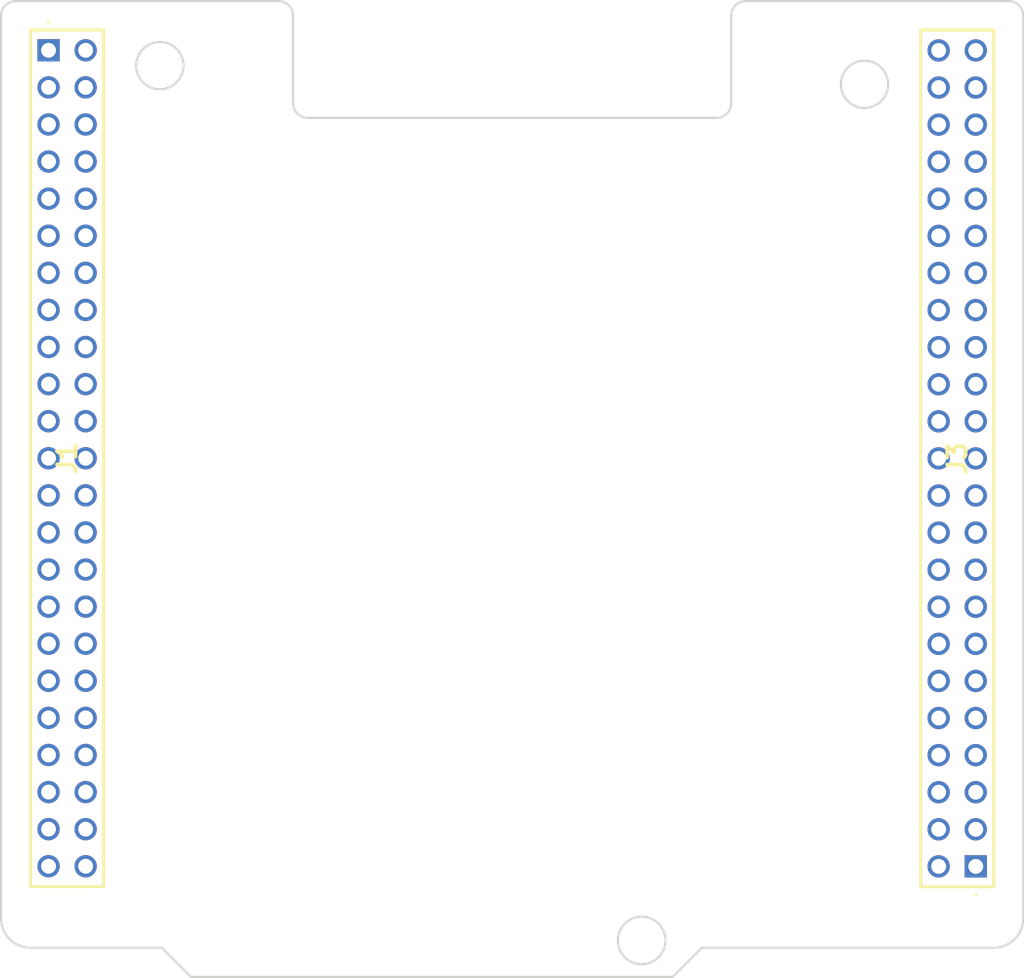
<source format=kicad_pcb>
(kicad_pcb (version 20241229) (generator "pcbnew") (generator_version "9.0")
  (title_block (rev "${REVISION}") (company "Author:") (comment 1 "Reviewer:"))
  (layers (0 "F.Cu" signal) (4 "In1.Cu" signal) (6 "In2.Cu" signal) (2 "B.Cu" signal) (13 "F.Paste" user) (15 "B.Paste" user) (5 "F.SilkS" user "F.Silkscreen") (7 "B.SilkS" user "B.Silkscreen") (1 "F.Mask" user) (3 "B.Mask" user) (25 "Edge.Cuts" user))
  (property "REVISION" "1.0")
  (net 0 "")
  (footprint "PLC_STM_Power:PRT12790" (layer "F.Cu") (at 182.75 108.345 90)
    (property "Reference" "J3" (at 27.94 -1.27 90) (layer "F.SilkS") (effects (font (size 1.27 1.27) (thickness 0.254))))
    (property "Value" "Conn_02x23_Odd_Even" (hide yes))
    (fp_line (start 57.275 -3.77) (end 57.275 1.23) (stroke (width 0.2)) (layer "F.SilkS") (net 22))
    (fp_line (start -1.395 -3.77) (end 57.275 -3.77) (stroke (width 0.2)) (layer "F.SilkS") (net 22))
    (fp_line (start -1.9 0) (end -1.9 0) (stroke (width 0.1)) (layer "F.SilkS") (net 22))
    (fp_line (start -2 0) (end -2 0) (stroke (width 0.1)) (layer "F.SilkS") (net 22))
    (fp_line (start 57.275 1.23) (end -1.395 1.23) (stroke (width 0.2)) (layer "F.SilkS") (net 22))
    (fp_line (start -1.395 1.23) (end -1.395 -3.77) (stroke (width 0.2)) (layer "F.SilkS") (net 22))
    (fp_arc (start -1.9 0) (mid -1.95 0.05) (end -2 0) (stroke (width 0.1)) (layer "F.SilkS") (net 22))
    (fp_arc (start -2 0) (mid -1.95 -0.05) (end -1.9 0) (stroke (width 0.1)) (layer "F.SilkS") (net 22))
    (pad "1" thru_hole rect (at 0 0 90) (size 1.53 1.53) (drill 1.02) (layers "*.Cu" "*.Mask"))
    (pad "2" thru_hole circle (at 0 -2.54 90) (size 1.53 1.53) (drill 1.02) (layers "*.Cu" "*.Mask"))
    (pad "3" thru_hole circle (at 2.54 0 90) (size 1.53 1.53) (drill 1.02) (layers "*.Cu" "*.Mask"))
    (pad "4" thru_hole circle (at 2.54 -2.54 90) (size 1.53 1.53) (drill 1.02) (layers "*.Cu" "*.Mask"))
    (pad "5" thru_hole circle (at 5.08 0 90) (size 1.53 1.53) (drill 1.02) (layers "*.Cu" "*.Mask"))
    (pad "6" thru_hole circle (at 5.08 -2.54 90) (size 1.53 1.53) (drill 1.02) (layers "*.Cu" "*.Mask"))
    (pad "7" thru_hole circle (at 7.62 0 90) (size 1.53 1.53) (drill 1.02) (layers "*.Cu" "*.Mask"))
    (pad "8" thru_hole circle (at 7.62 -2.54 90) (size 1.53 1.53) (drill 1.02) (layers "*.Cu" "*.Mask"))
    (pad "9" thru_hole circle (at 10.16 0 90) (size 1.53 1.53) (drill 1.02) (layers "*.Cu" "*.Mask"))
    (pad "10" thru_hole circle (at 10.16 -2.54 90) (size 1.53 1.53) (drill 1.02) (layers "*.Cu" "*.Mask"))
    (pad "11" thru_hole circle (at 12.7 0 90) (size 1.53 1.53) (drill 1.02) (layers "*.Cu" "*.Mask"))
    (pad "12" thru_hole circle (at 12.7 -2.54 90) (size 1.53 1.53) (drill 1.02) (layers "*.Cu" "*.Mask"))
    (pad "13" thru_hole circle (at 15.24 0 90) (size 1.53 1.53) (drill 1.02) (layers "*.Cu" "*.Mask"))
    (pad "14" thru_hole circle (at 15.24 -2.54 90) (size 1.53 1.53) (drill 1.02) (layers "*.Cu" "*.Mask"))
    (pad "15" thru_hole circle (at 17.78 0 90) (size 1.53 1.53) (drill 1.02) (layers "*.Cu" "*.Mask"))
    (pad "16" thru_hole circle (at 17.78 -2.54 90) (size 1.53 1.53) (drill 1.02) (layers "*.Cu" "*.Mask"))
    (pad "17" thru_hole circle (at 20.32 0 90) (size 1.53 1.53) (drill 1.02) (layers "*.Cu" "*.Mask"))
    (pad "18" thru_hole circle (at 20.32 -2.54 90) (size 1.53 1.53) (drill 1.02) (layers "*.Cu" "*.Mask"))
    (pad "19" thru_hole circle (at 22.86 0 90) (size 1.53 1.53) (drill 1.02) (layers "*.Cu" "*.Mask"))
    (pad "20" thru_hole circle (at 22.86 -2.54 90) (size 1.53 1.53) (drill 1.02) (layers "*.Cu" "*.Mask"))
    (pad "21" thru_hole circle (at 25.4 0 90) (size 1.53 1.53) (drill 1.02) (layers "*.Cu" "*.Mask"))
    (pad "22" thru_hole circle (at 25.4 -2.54 90) (size 1.53 1.53) (drill 1.02) (layers "*.Cu" "*.Mask"))
    (pad "23" thru_hole circle (at 27.94 0 90) (size 1.53 1.53) (drill 1.02) (layers "*.Cu" "*.Mask"))
    (pad "24" thru_hole circle (at 27.94 -2.54 90) (size 1.53 1.53) (drill 1.02) (layers "*.Cu" "*.Mask"))
    (pad "25" thru_hole circle (at 30.48 0 90) (size 1.53 1.53) (drill 1.02) (layers "*.Cu" "*.Mask"))
    (pad "26" thru_hole circle (at 30.48 -2.54 90) (size 1.53 1.53) (drill 1.02) (layers "*.Cu" "*.Mask"))
    (pad "27" thru_hole circle (at 33.02 0 90) (size 1.53 1.53) (drill 1.02) (layers "*.Cu" "*.Mask"))
    (pad "28" thru_hole circle (at 33.02 -2.54 90) (size 1.53 1.53) (drill 1.02) (layers "*.Cu" "*.Mask"))
    (pad "29" thru_hole circle (at 35.56 0 90) (size 1.53 1.53) (drill 1.02) (layers "*.Cu" "*.Mask"))
    (pad "30" thru_hole circle (at 35.56 -2.54 90) (size 1.53 1.53) (drill 1.02) (layers "*.Cu" "*.Mask"))
    (pad "31" thru_hole circle (at 38.1 0 90) (size 1.53 1.53) (drill 1.02) (layers "*.Cu" "*.Mask"))
    (pad "32" thru_hole circle (at 38.1 -2.54 90) (size 1.53 1.53) (drill 1.02) (layers "*.Cu" "*.Mask"))
    (pad "33" thru_hole circle (at 40.64 0 90) (size 1.53 1.53) (drill 1.02) (layers "*.Cu" "*.Mask"))
    (pad "34" thru_hole circle (at 40.64 -2.54 90) (size 1.53 1.53) (drill 1.02) (layers "*.Cu" "*.Mask"))
    (pad "35" thru_hole circle (at 43.18 0 90) (size 1.53 1.53) (drill 1.02) (layers "*.Cu" "*.Mask"))
    (pad "36" thru_hole circle (at 43.18 -2.54 90) (size 1.53 1.53) (drill 1.02) (layers "*.Cu" "*.Mask"))
    (pad "37" thru_hole circle (at 45.72 0 90) (size 1.53 1.53) (drill 1.02) (layers "*.Cu" "*.Mask"))
    (pad "38" thru_hole circle (at 45.72 -2.54 90) (size 1.53 1.53) (drill 1.02) (layers "*.Cu" "*.Mask"))
    (pad "39" thru_hole circle (at 48.26 0 90) (size 1.53 1.53) (drill 1.02) (layers "*.Cu" "*.Mask"))
    (pad "40" thru_hole circle (at 48.26 -2.54 90) (size 1.53 1.53) (drill 1.02) (layers "*.Cu" "*.Mask"))
    (pad "41" thru_hole circle (at 50.8 0 90) (size 1.53 1.53) (drill 1.02) (layers "*.Cu" "*.Mask"))
    (pad "42" thru_hole circle (at 50.8 -2.54 90) (size 1.53 1.53) (drill 1.02) (layers "*.Cu" "*.Mask"))
    (pad "43" thru_hole circle (at 53.34 0 90) (size 1.53 1.53) (drill 1.02) (layers "*.Cu" "*.Mask"))
    (pad "44" thru_hole circle (at 53.34 -2.54 90) (size 1.53 1.53) (drill 1.02) (layers "*.Cu" "*.Mask"))
    (pad "45" thru_hole circle (at 55.88 0 90) (size 1.53 1.53) (drill 1.02) (layers "*.Cu" "*.Mask"))
    (pad "46" thru_hole circle (at 55.88 -2.54 90) (size 1.53 1.53) (drill 1.02) (layers "*.Cu" "*.Mask"))
  )
  (footprint "PLC_STM_Power:PRT12790" (layer "F.Cu") (at 119.25 52.455 -90)
    (property "Reference" "J1" (at 27.94 -1.27 90) (layer "F.SilkS") (effects (font (size 1.27 1.27) (thickness 0.254))))
    (property "Value" "Conn_02x23_Odd_Even" (hide yes))
    (fp_line (start -1.395 1.23) (end -1.395 -3.77) (stroke (width 0.2)) (layer "F.SilkS") (net 22))
    (fp_line (start 57.275 1.23) (end -1.395 1.23) (stroke (width 0.2)) (layer "F.SilkS") (net 22))
    (fp_line (start -2 0) (end -2 0) (stroke (width 0.1)) (layer "F.SilkS") (net 22))
    (fp_line (start -1.9 0) (end -1.9 0) (stroke (width 0.1)) (layer "F.SilkS") (net 22))
    (fp_line (start -1.395 -3.77) (end 57.275 -3.77) (stroke (width 0.2)) (layer "F.SilkS") (net 22))
    (fp_line (start 57.275 -3.77) (end 57.275 1.23) (stroke (width 0.2)) (layer "F.SilkS") (net 22))
    (fp_arc (start -2 0) (mid -1.95 -0.05) (end -1.9 0) (stroke (width 0.1)) (layer "F.SilkS") (net 22))
    (fp_arc (start -1.9 0) (mid -1.95 0.05) (end -2 0) (stroke (width 0.1)) (layer "F.SilkS") (net 22))
    (pad "1" thru_hole rect (at 0 0 270) (size 1.53 1.53) (drill 1.02) (layers "*.Cu" "*.Mask"))
    (pad "2" thru_hole circle (at 0 -2.54 270) (size 1.53 1.53) (drill 1.02) (layers "*.Cu" "*.Mask"))
    (pad "3" thru_hole circle (at 2.54 0 270) (size 1.53 1.53) (drill 1.02) (layers "*.Cu" "*.Mask"))
    (pad "4" thru_hole circle (at 2.54 -2.54 270) (size 1.53 1.53) (drill 1.02) (layers "*.Cu" "*.Mask"))
    (pad "5" thru_hole circle (at 5.08 0 270) (size 1.53 1.53) (drill 1.02) (layers "*.Cu" "*.Mask"))
    (pad "6" thru_hole circle (at 5.08 -2.54 270) (size 1.53 1.53) (drill 1.02) (layers "*.Cu" "*.Mask"))
    (pad "7" thru_hole circle (at 7.62 0 270) (size 1.53 1.53) (drill 1.02) (layers "*.Cu" "*.Mask"))
    (pad "8" thru_hole circle (at 7.62 -2.54 270) (size 1.53 1.53) (drill 1.02) (layers "*.Cu" "*.Mask"))
    (pad "9" thru_hole circle (at 10.16 0 270) (size 1.53 1.53) (drill 1.02) (layers "*.Cu" "*.Mask"))
    (pad "10" thru_hole circle (at 10.16 -2.54 270) (size 1.53 1.53) (drill 1.02) (layers "*.Cu" "*.Mask"))
    (pad "11" thru_hole circle (at 12.7 0 270) (size 1.53 1.53) (drill 1.02) (layers "*.Cu" "*.Mask"))
    (pad "12" thru_hole circle (at 12.7 -2.54 270) (size 1.53 1.53) (drill 1.02) (layers "*.Cu" "*.Mask"))
    (pad "13" thru_hole circle (at 15.24 0 270) (size 1.53 1.53) (drill 1.02) (layers "*.Cu" "*.Mask"))
    (pad "14" thru_hole circle (at 15.24 -2.54 270) (size 1.53 1.53) (drill 1.02) (layers "*.Cu" "*.Mask"))
    (pad "15" thru_hole circle (at 17.78 0 270) (size 1.53 1.53) (drill 1.02) (layers "*.Cu" "*.Mask"))
    (pad "16" thru_hole circle (at 17.78 -2.54 270) (size 1.53 1.53) (drill 1.02) (layers "*.Cu" "*.Mask"))
    (pad "17" thru_hole circle (at 20.32 0 270) (size 1.53 1.53) (drill 1.02) (layers "*.Cu" "*.Mask"))
    (pad "18" thru_hole circle (at 20.32 -2.54 270) (size 1.53 1.53) (drill 1.02) (layers "*.Cu" "*.Mask"))
    (pad "19" thru_hole circle (at 22.86 0 270) (size 1.53 1.53) (drill 1.02) (layers "*.Cu" "*.Mask"))
    (pad "20" thru_hole circle (at 22.86 -2.54 270) (size 1.53 1.53) (drill 1.02) (layers "*.Cu" "*.Mask"))
    (pad "21" thru_hole circle (at 25.4 0 270) (size 1.53 1.53) (drill 1.02) (layers "*.Cu" "*.Mask"))
    (pad "22" thru_hole circle (at 25.4 -2.54 270) (size 1.53 1.53) (drill 1.02) (layers "*.Cu" "*.Mask"))
    (pad "23" thru_hole circle (at 27.94 0 270) (size 1.53 1.53) (drill 1.02) (layers "*.Cu" "*.Mask"))
    (pad "24" thru_hole circle (at 27.94 -2.54 270) (size 1.53 1.53) (drill 1.02) (layers "*.Cu" "*.Mask"))
    (pad "25" thru_hole circle (at 30.48 0 270) (size 1.53 1.53) (drill 1.02) (layers "*.Cu" "*.Mask"))
    (pad "26" thru_hole circle (at 30.48 -2.54 270) (size 1.53 1.53) (drill 1.02) (layers "*.Cu" "*.Mask"))
    (pad "27" thru_hole circle (at 33.02 0 270) (size 1.53 1.53) (drill 1.02) (layers "*.Cu" "*.Mask"))
    (pad "28" thru_hole circle (at 33.02 -2.54 270) (size 1.53 1.53) (drill 1.02) (layers "*.Cu" "*.Mask"))
    (pad "29" thru_hole circle (at 35.56 0 270) (size 1.53 1.53) (drill 1.02) (layers "*.Cu" "*.Mask"))
    (pad "30" thru_hole circle (at 35.56 -2.54 270) (size 1.53 1.53) (drill 1.02) (layers "*.Cu" "*.Mask"))
    (pad "31" thru_hole circle (at 38.1 0 270) (size 1.53 1.53) (drill 1.02) (layers "*.Cu" "*.Mask"))
    (pad "32" thru_hole circle (at 38.1 -2.54 270) (size 1.53 1.53) (drill 1.02) (layers "*.Cu" "*.Mask"))
    (pad "33" thru_hole circle (at 40.64 0 270) (size 1.53 1.53) (drill 1.02) (layers "*.Cu" "*.Mask"))
    (pad "34" thru_hole circle (at 40.64 -2.54 270) (size 1.53 1.53) (drill 1.02) (layers "*.Cu" "*.Mask"))
    (pad "35" thru_hole circle (at 43.18 0 270) (size 1.53 1.53) (drill 1.02) (layers "*.Cu" "*.Mask"))
    (pad "36" thru_hole circle (at 43.18 -2.54 270) (size 1.53 1.53) (drill 1.02) (layers "*.Cu" "*.Mask"))
    (pad "37" thru_hole circle (at 45.72 0 270) (size 1.53 1.53) (drill 1.02) (layers "*.Cu" "*.Mask"))
    (pad "38" thru_hole circle (at 45.72 -2.54 270) (size 1.53 1.53) (drill 1.02) (layers "*.Cu" "*.Mask"))
    (pad "39" thru_hole circle (at 48.26 0 270) (size 1.53 1.53) (drill 1.02) (layers "*.Cu" "*.Mask"))
    (pad "40" thru_hole circle (at 48.26 -2.54 270) (size 1.53 1.53) (drill 1.02) (layers "*.Cu" "*.Mask"))
    (pad "41" thru_hole circle (at 50.8 0 270) (size 1.53 1.53) (drill 1.02) (layers "*.Cu" "*.Mask"))
    (pad "42" thru_hole circle (at 50.8 -2.54 270) (size 1.53 1.53) (drill 1.02) (layers "*.Cu" "*.Mask"))
    (pad "43" thru_hole circle (at 53.34 0 270) (size 1.53 1.53) (drill 1.02) (layers "*.Cu" "*.Mask"))
    (pad "44" thru_hole circle (at 53.34 -2.54 270) (size 1.53 1.53) (drill 1.02) (layers "*.Cu" "*.Mask"))
    (pad "45" thru_hole circle (at 55.88 0 270) (size 1.53 1.53) (drill 1.02) (layers "*.Cu" "*.Mask"))
    (pad "46" thru_hole circle (at 55.88 -2.54 270) (size 1.53 1.53) (drill 1.02) (layers "*.Cu" "*.Mask"))
  )
  (gr_arc (start 137 57.085) (mid 136.292893 56.792107) (end 136 56.085) (stroke (width 0.15)) (layer "Edge.Cuts"))
  (gr_line (start 127 113.915) (end 129 115.915) (stroke (width 0.15)) (layer "Edge.Cuts"))
  (gr_arc (start 185 49.085) (mid 185.707107 49.377893) (end 186 50.085) (stroke (width 0.15)) (layer "Edge.Cuts"))
  (gr_arc (start 166 50.085) (mid 166.292893 49.377893) (end 167 49.085) (stroke (width 0.15)) (layer "Edge.Cuts"))
  (gr_line (start 164 113.915) (end 184 113.915) (stroke (width 0.15)) (layer "Edge.Cuts"))
  (gr_arc (start 186 111.915) (mid 185.414214 113.329214) (end 184 113.915) (stroke (width 0.15)) (layer "Edge.Cuts"))
  (gr_line (start 166 50.085) (end 166 56.085) (stroke (width 0.15)) (layer "Edge.Cuts"))
  (gr_arc (start 116 50.085) (mid 116.292893 49.377893) (end 117 49.085) (stroke (width 0.15)) (layer "Edge.Cuts"))
  (gr_circle (center 126.87 53.505) (end 128.49 53.505) (stroke (width 0.15)) (fill no) (layer "Edge.Cuts"))
  (gr_line (start 162 115.915) (end 164 113.915) (stroke (width 0.15)) (layer "Edge.Cuts"))
  (gr_circle (center 159.87 113.415) (end 161.5 113.415) (stroke (width 0.15)) (fill no) (layer "Edge.Cuts"))
  (gr_line (start 118 113.915) (end 127 113.915) (stroke (width 0.15)) (layer "Edge.Cuts"))
  (gr_circle (center 175.13 54.785) (end 176.75 54.785) (stroke (width 0.15)) (fill no) (layer "Edge.Cuts"))
  (gr_arc (start 135 49.085) (mid 135.707107 49.377893) (end 136 50.085) (stroke (width 0.15)) (layer "Edge.Cuts"))
  (gr_arc (start 118 113.915) (mid 116.585786 113.329214) (end 116 111.915) (stroke (width 0.15)) (layer "Edge.Cuts"))
  (gr_line (start 186 111.915) (end 186 50.085) (stroke (width 0.15)) (layer "Edge.Cuts"))
  (gr_line (start 129 115.915) (end 162 115.915) (stroke (width 0.15)) (layer "Edge.Cuts"))
  (gr_line (start 185 49.085) (end 167 49.085) (stroke (width 0.15)) (layer "Edge.Cuts"))
  (gr_arc (start 166 56.085) (mid 165.707107 56.792107) (end 165 57.085) (stroke (width 0.15)) (layer "Edge.Cuts"))
  (gr_line (start 117 49.085) (end 135 49.085) (stroke (width 0.15)) (layer "Edge.Cuts"))
  (gr_line (start 165 57.085) (end 137 57.085) (stroke (width 0.15)) (layer "Edge.Cuts"))
  (gr_line (start 136 50.085) (end 136 56.085) (stroke (width 0.15)) (layer "Edge.Cuts"))
  (gr_line (start 116 111.915) (end 116 50.085) (stroke (width 0.15)) (layer "Edge.Cuts"))
)
</source>
